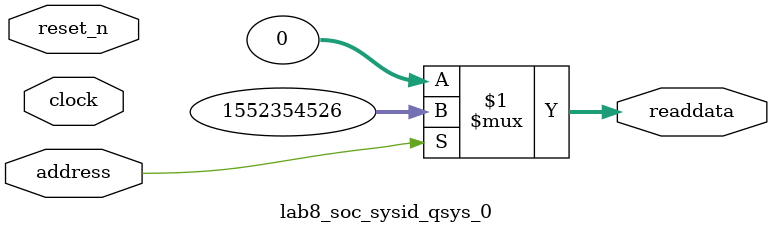
<source format=v>



// synthesis translate_off
`timescale 1ns / 1ps
// synthesis translate_on

// turn off superfluous verilog processor warnings 
// altera message_level Level1 
// altera message_off 10034 10035 10036 10037 10230 10240 10030 

module lab8_soc_sysid_qsys_0 (
               // inputs:
                address,
                clock,
                reset_n,

               // outputs:
                readdata
             )
;

  output  [ 31: 0] readdata;
  input            address;
  input            clock;
  input            reset_n;

  wire    [ 31: 0] readdata;
  //control_slave, which is an e_avalon_slave
  assign readdata = address ? 1552354526 : 0;

endmodule



</source>
